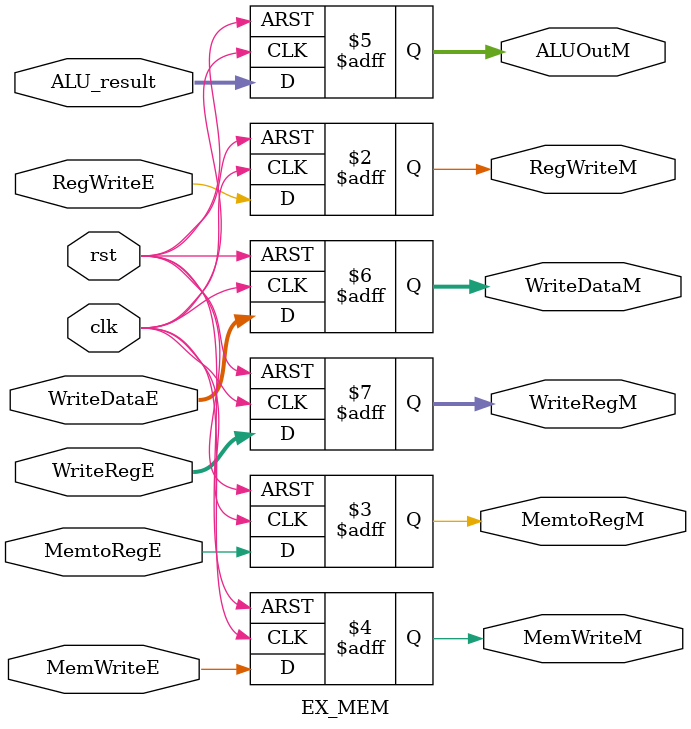
<source format=v>
`timescale 1ns / 1ps


module EX_MEM (
           input clk ,
           input rst,
           input RegWriteE ,
           input MemtoRegE ,
           input MemWriteE ,
           input [31: 0] ALU_result,
           input [31: 0] WriteDataE,
           input [ 4: 0] WriteRegE ,
           output reg RegWriteM ,
           output reg MemtoRegM ,
           output reg MemWriteM ,
           output reg [31: 0] ALUOutM ,
           output reg [31: 0] WriteDataM,
           output reg [ 4: 0] WriteRegM
       );

always @(posedge clk  or posedge rst)
if (rst)
begin
    RegWriteM <= 0;
    MemtoRegM <= 0;
    MemWriteM <= 0;
    ALUOutM <= 0;
    WriteDataM <= 0;
    WriteRegM <= 0;
end
else
begin
    RegWriteM <= RegWriteE;
    MemtoRegM <= MemtoRegE;
    MemWriteM <= MemWriteE;
    ALUOutM <= ALU_result;
    WriteDataM <= WriteDataE;
    WriteRegM <= WriteRegE;
end

endmodule

</source>
